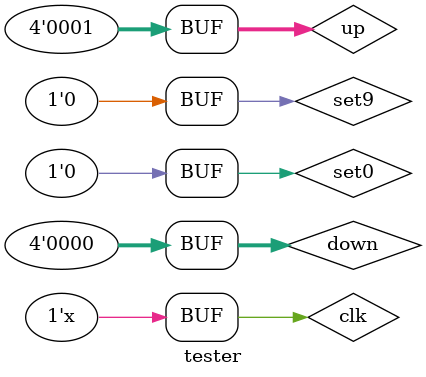
<source format=v>
`timescale 1ns / 1ps

/*
module testBCD();
 reg up = 0, down = 0, set9 = 0, set0 = 0;
    reg clk = 0;
    
    wire [3:0] bcd;
    wire cout, bout;
    
    
    BCDCounter bcdCounter(up, down, set9, set0, clk, bcd, cout, bout);
    
    always #10 clk = ~clk; 
    
    
    initial begin
        # 100 up = 1;
        # 300 {up, down} = 'b01;
        # 300 {up, down, set9} = 'b001;
        # 100 {set9, set0} = 'b01;
    end
endmodule
*/

/*module testQBCD();
    reg [3:0] up = 4'b0000;
    reg [3:0] down = 4'b0000;
    reg set9 = 0, set0 = 0;
    
    reg clk = 0;
    
    wire [15:0] bcd;
    wire cout, bout;
    
    BCDCounter quadBCD(up, down, set9, set0, clk, bcd, cout, bout);
    
    always #10 clk = ~clk; 
    
    
    initial begin
        # 100 up = 1;
    end

endmodule*/

module tester();
    reg [3:0] up = 4'b0000;
    reg [3:0] down = 4'b0000;
    reg set9 = 1, set0 = 0;
    
    reg clk = 0;
    
    wire [15:0] bcd;
    wire cout, bout;
    
    quadBCD qBCD(up, down, set9, set0, clk, bcd, cout, bout);
    
    always #10 clk = ~clk; 
    
    
    initial begin
        # 100 set9 = 0; up = 4'b0001;
    end
endmodule

</source>
